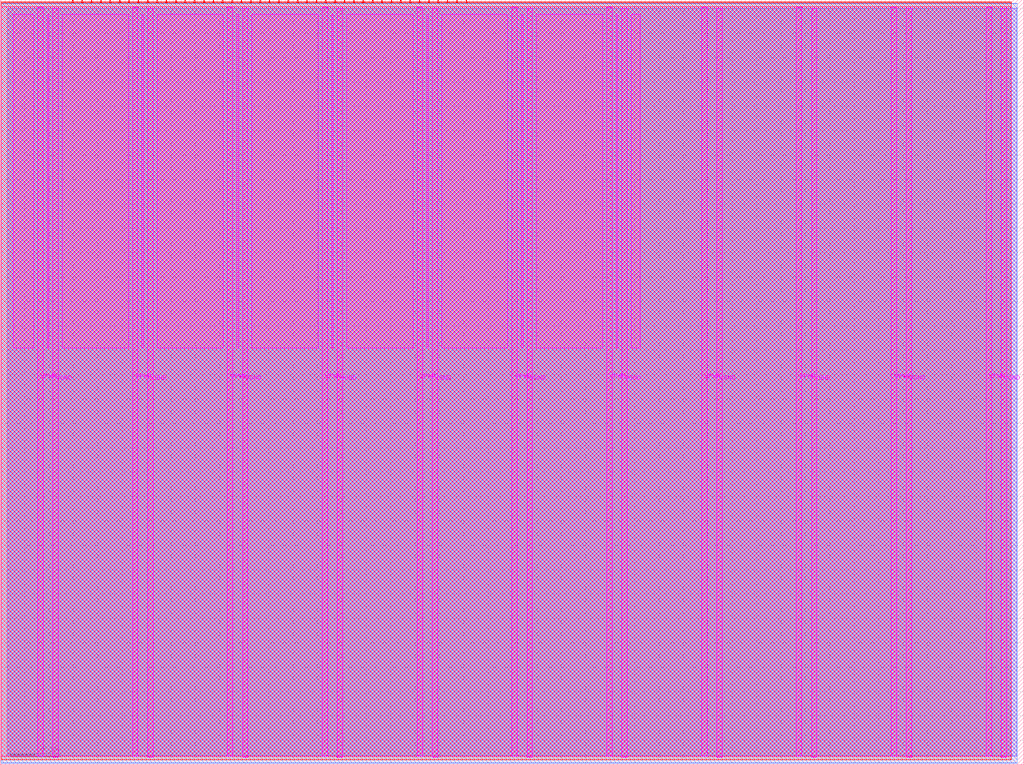
<source format=lef>
VERSION 5.7 ;
  NOWIREEXTENSIONATPIN ON ;
  DIVIDERCHAR "/" ;
  BUSBITCHARS "[]" ;
MACRO tt_um_andreasp00
  CLASS BLOCK ;
  FOREIGN tt_um_andreasp00 ;
  ORIGIN 0.000 0.000 ;
  SIZE 419.520 BY 313.740 ;
  PIN VGND
    DIRECTION INOUT ;
    USE GROUND ;
    PORT
      LAYER TopMetal1 ;
        RECT 21.580 3.150 23.780 310.180 ;
    END
    PORT
      LAYER TopMetal1 ;
        RECT 60.450 3.150 62.650 310.180 ;
    END
    PORT
      LAYER TopMetal1 ;
        RECT 99.320 3.150 101.520 310.180 ;
    END
    PORT
      LAYER TopMetal1 ;
        RECT 138.190 3.150 140.390 310.180 ;
    END
    PORT
      LAYER TopMetal1 ;
        RECT 177.060 3.150 179.260 310.180 ;
    END
    PORT
      LAYER TopMetal1 ;
        RECT 215.930 3.150 218.130 310.180 ;
    END
    PORT
      LAYER TopMetal1 ;
        RECT 254.800 3.150 257.000 310.180 ;
    END
    PORT
      LAYER TopMetal1 ;
        RECT 293.670 3.150 295.870 310.180 ;
    END
    PORT
      LAYER TopMetal1 ;
        RECT 332.540 3.150 334.740 310.180 ;
    END
    PORT
      LAYER TopMetal1 ;
        RECT 371.410 3.150 373.610 310.180 ;
    END
    PORT
      LAYER TopMetal1 ;
        RECT 410.280 3.150 412.480 310.180 ;
    END
  END VGND
  PIN VPWR
    DIRECTION INOUT ;
    USE POWER ;
    PORT
      LAYER TopMetal1 ;
        RECT 15.380 3.560 17.580 310.590 ;
    END
    PORT
      LAYER TopMetal1 ;
        RECT 54.250 3.560 56.450 310.590 ;
    END
    PORT
      LAYER TopMetal1 ;
        RECT 93.120 3.560 95.320 310.590 ;
    END
    PORT
      LAYER TopMetal1 ;
        RECT 131.990 3.560 134.190 310.590 ;
    END
    PORT
      LAYER TopMetal1 ;
        RECT 170.860 3.560 173.060 310.590 ;
    END
    PORT
      LAYER TopMetal1 ;
        RECT 209.730 3.560 211.930 310.590 ;
    END
    PORT
      LAYER TopMetal1 ;
        RECT 248.600 3.560 250.800 310.590 ;
    END
    PORT
      LAYER TopMetal1 ;
        RECT 287.470 3.560 289.670 310.590 ;
    END
    PORT
      LAYER TopMetal1 ;
        RECT 326.340 3.560 328.540 310.590 ;
    END
    PORT
      LAYER TopMetal1 ;
        RECT 365.210 3.560 367.410 310.590 ;
    END
    PORT
      LAYER TopMetal1 ;
        RECT 404.080 3.560 406.280 310.590 ;
    END
  END VPWR
  PIN clk
    DIRECTION INPUT ;
    USE SIGNAL ;
    ANTENNAGATEAREA 0.725400 ;
    PORT
      LAYER Metal4 ;
        RECT 187.050 312.740 187.350 313.740 ;
    END
  END clk
  PIN ena
    DIRECTION INPUT ;
    USE SIGNAL ;
    PORT
      LAYER Metal4 ;
        RECT 190.890 312.740 191.190 313.740 ;
    END
  END ena
  PIN rst_n
    DIRECTION INPUT ;
    USE SIGNAL ;
    ANTENNAGATEAREA 0.725400 ;
    PORT
      LAYER Metal4 ;
        RECT 183.210 312.740 183.510 313.740 ;
    END
  END rst_n
  PIN ui_in[0]
    DIRECTION INPUT ;
    USE SIGNAL ;
    PORT
      LAYER Metal4 ;
        RECT 179.370 312.740 179.670 313.740 ;
    END
  END ui_in[0]
  PIN ui_in[1]
    DIRECTION INPUT ;
    USE SIGNAL ;
    PORT
      LAYER Metal4 ;
        RECT 175.530 312.740 175.830 313.740 ;
    END
  END ui_in[1]
  PIN ui_in[2]
    DIRECTION INPUT ;
    USE SIGNAL ;
    PORT
      LAYER Metal4 ;
        RECT 171.690 312.740 171.990 313.740 ;
    END
  END ui_in[2]
  PIN ui_in[3]
    DIRECTION INPUT ;
    USE SIGNAL ;
    PORT
      LAYER Metal4 ;
        RECT 167.850 312.740 168.150 313.740 ;
    END
  END ui_in[3]
  PIN ui_in[4]
    DIRECTION INPUT ;
    USE SIGNAL ;
    PORT
      LAYER Metal4 ;
        RECT 164.010 312.740 164.310 313.740 ;
    END
  END ui_in[4]
  PIN ui_in[5]
    DIRECTION INPUT ;
    USE SIGNAL ;
    PORT
      LAYER Metal4 ;
        RECT 160.170 312.740 160.470 313.740 ;
    END
  END ui_in[5]
  PIN ui_in[6]
    DIRECTION INPUT ;
    USE SIGNAL ;
    PORT
      LAYER Metal4 ;
        RECT 156.330 312.740 156.630 313.740 ;
    END
  END ui_in[6]
  PIN ui_in[7]
    DIRECTION INPUT ;
    USE SIGNAL ;
    PORT
      LAYER Metal4 ;
        RECT 152.490 312.740 152.790 313.740 ;
    END
  END ui_in[7]
  PIN uio_in[0]
    DIRECTION INPUT ;
    USE SIGNAL ;
    ANTENNAGATEAREA 0.180700 ;
    PORT
      LAYER Metal4 ;
        RECT 148.650 312.740 148.950 313.740 ;
    END
  END uio_in[0]
  PIN uio_in[1]
    DIRECTION INPUT ;
    USE SIGNAL ;
    ANTENNAGATEAREA 0.180700 ;
    PORT
      LAYER Metal4 ;
        RECT 144.810 312.740 145.110 313.740 ;
    END
  END uio_in[1]
  PIN uio_in[2]
    DIRECTION INPUT ;
    USE SIGNAL ;
    PORT
      LAYER Metal4 ;
        RECT 140.970 312.740 141.270 313.740 ;
    END
  END uio_in[2]
  PIN uio_in[3]
    DIRECTION INPUT ;
    USE SIGNAL ;
    ANTENNAGATEAREA 0.180700 ;
    PORT
      LAYER Metal4 ;
        RECT 137.130 312.740 137.430 313.740 ;
    END
  END uio_in[3]
  PIN uio_in[4]
    DIRECTION INPUT ;
    USE SIGNAL ;
    PORT
      LAYER Metal4 ;
        RECT 133.290 312.740 133.590 313.740 ;
    END
  END uio_in[4]
  PIN uio_in[5]
    DIRECTION INPUT ;
    USE SIGNAL ;
    PORT
      LAYER Metal4 ;
        RECT 129.450 312.740 129.750 313.740 ;
    END
  END uio_in[5]
  PIN uio_in[6]
    DIRECTION INPUT ;
    USE SIGNAL ;
    PORT
      LAYER Metal4 ;
        RECT 125.610 312.740 125.910 313.740 ;
    END
  END uio_in[6]
  PIN uio_in[7]
    DIRECTION INPUT ;
    USE SIGNAL ;
    PORT
      LAYER Metal4 ;
        RECT 121.770 312.740 122.070 313.740 ;
    END
  END uio_in[7]
  PIN uio_oe[0]
    DIRECTION OUTPUT ;
    USE SIGNAL ;
    ANTENNADIFFAREA 0.299200 ;
    PORT
      LAYER Metal4 ;
        RECT 56.490 312.740 56.790 313.740 ;
    END
  END uio_oe[0]
  PIN uio_oe[1]
    DIRECTION OUTPUT ;
    USE SIGNAL ;
    ANTENNADIFFAREA 0.299200 ;
    PORT
      LAYER Metal4 ;
        RECT 52.650 312.740 52.950 313.740 ;
    END
  END uio_oe[1]
  PIN uio_oe[2]
    DIRECTION OUTPUT ;
    USE SIGNAL ;
    ANTENNADIFFAREA 0.392700 ;
    PORT
      LAYER Metal4 ;
        RECT 48.810 312.740 49.110 313.740 ;
    END
  END uio_oe[2]
  PIN uio_oe[3]
    DIRECTION OUTPUT ;
    USE SIGNAL ;
    ANTENNADIFFAREA 0.299200 ;
    PORT
      LAYER Metal4 ;
        RECT 44.970 312.740 45.270 313.740 ;
    END
  END uio_oe[3]
  PIN uio_oe[4]
    DIRECTION OUTPUT ;
    USE SIGNAL ;
    ANTENNADIFFAREA 0.299200 ;
    PORT
      LAYER Metal4 ;
        RECT 41.130 312.740 41.430 313.740 ;
    END
  END uio_oe[4]
  PIN uio_oe[5]
    DIRECTION OUTPUT ;
    USE SIGNAL ;
    ANTENNADIFFAREA 0.299200 ;
    PORT
      LAYER Metal4 ;
        RECT 37.290 312.740 37.590 313.740 ;
    END
  END uio_oe[5]
  PIN uio_oe[6]
    DIRECTION OUTPUT ;
    USE SIGNAL ;
    ANTENNADIFFAREA 0.299200 ;
    PORT
      LAYER Metal4 ;
        RECT 33.450 312.740 33.750 313.740 ;
    END
  END uio_oe[6]
  PIN uio_oe[7]
    DIRECTION OUTPUT ;
    USE SIGNAL ;
    ANTENNADIFFAREA 0.299200 ;
    PORT
      LAYER Metal4 ;
        RECT 29.610 312.740 29.910 313.740 ;
    END
  END uio_oe[7]
  PIN uio_out[0]
    DIRECTION OUTPUT ;
    USE SIGNAL ;
    ANTENNADIFFAREA 0.299200 ;
    PORT
      LAYER Metal4 ;
        RECT 87.210 312.740 87.510 313.740 ;
    END
  END uio_out[0]
  PIN uio_out[1]
    DIRECTION OUTPUT ;
    USE SIGNAL ;
    ANTENNADIFFAREA 0.299200 ;
    PORT
      LAYER Metal4 ;
        RECT 83.370 312.740 83.670 313.740 ;
    END
  END uio_out[1]
  PIN uio_out[2]
    DIRECTION OUTPUT ;
    USE SIGNAL ;
    ANTENNADIFFAREA 0.708600 ;
    PORT
      LAYER Metal4 ;
        RECT 79.530 312.740 79.830 313.740 ;
    END
  END uio_out[2]
  PIN uio_out[3]
    DIRECTION OUTPUT ;
    USE SIGNAL ;
    ANTENNADIFFAREA 0.299200 ;
    PORT
      LAYER Metal4 ;
        RECT 75.690 312.740 75.990 313.740 ;
    END
  END uio_out[3]
  PIN uio_out[4]
    DIRECTION OUTPUT ;
    USE SIGNAL ;
    ANTENNADIFFAREA 0.299200 ;
    PORT
      LAYER Metal4 ;
        RECT 71.850 312.740 72.150 313.740 ;
    END
  END uio_out[4]
  PIN uio_out[5]
    DIRECTION OUTPUT ;
    USE SIGNAL ;
    ANTENNADIFFAREA 0.299200 ;
    PORT
      LAYER Metal4 ;
        RECT 68.010 312.740 68.310 313.740 ;
    END
  END uio_out[5]
  PIN uio_out[6]
    DIRECTION OUTPUT ;
    USE SIGNAL ;
    ANTENNADIFFAREA 0.299200 ;
    PORT
      LAYER Metal4 ;
        RECT 64.170 312.740 64.470 313.740 ;
    END
  END uio_out[6]
  PIN uio_out[7]
    DIRECTION OUTPUT ;
    USE SIGNAL ;
    ANTENNADIFFAREA 0.299200 ;
    PORT
      LAYER Metal4 ;
        RECT 60.330 312.740 60.630 313.740 ;
    END
  END uio_out[7]
  PIN uo_out[0]
    DIRECTION OUTPUT ;
    USE SIGNAL ;
    ANTENNADIFFAREA 2.827200 ;
    PORT
      LAYER Metal4 ;
        RECT 117.930 312.740 118.230 313.740 ;
    END
  END uo_out[0]
  PIN uo_out[1]
    DIRECTION OUTPUT ;
    USE SIGNAL ;
    ANTENNADIFFAREA 0.299200 ;
    PORT
      LAYER Metal4 ;
        RECT 114.090 312.740 114.390 313.740 ;
    END
  END uo_out[1]
  PIN uo_out[2]
    DIRECTION OUTPUT ;
    USE SIGNAL ;
    ANTENNADIFFAREA 0.299200 ;
    PORT
      LAYER Metal4 ;
        RECT 110.250 312.740 110.550 313.740 ;
    END
  END uo_out[2]
  PIN uo_out[3]
    DIRECTION OUTPUT ;
    USE SIGNAL ;
    ANTENNADIFFAREA 0.299200 ;
    PORT
      LAYER Metal4 ;
        RECT 106.410 312.740 106.710 313.740 ;
    END
  END uo_out[3]
  PIN uo_out[4]
    DIRECTION OUTPUT ;
    USE SIGNAL ;
    ANTENNADIFFAREA 0.299200 ;
    PORT
      LAYER Metal4 ;
        RECT 102.570 312.740 102.870 313.740 ;
    END
  END uo_out[4]
  PIN uo_out[5]
    DIRECTION OUTPUT ;
    USE SIGNAL ;
    ANTENNADIFFAREA 0.299200 ;
    PORT
      LAYER Metal4 ;
        RECT 98.730 312.740 99.030 313.740 ;
    END
  END uo_out[5]
  PIN uo_out[6]
    DIRECTION OUTPUT ;
    USE SIGNAL ;
    ANTENNADIFFAREA 0.299200 ;
    PORT
      LAYER Metal4 ;
        RECT 94.890 312.740 95.190 313.740 ;
    END
  END uo_out[6]
  PIN uo_out[7]
    DIRECTION OUTPUT ;
    USE SIGNAL ;
    ANTENNADIFFAREA 0.299200 ;
    PORT
      LAYER Metal4 ;
        RECT 91.050 312.740 91.350 313.740 ;
    END
  END uo_out[7]
  OBS
      LAYER GatPoly ;
        RECT 2.880 3.630 416.640 310.110 ;
      LAYER Metal1 ;
        RECT 2.880 3.560 416.640 310.180 ;
      LAYER Metal2 ;
        RECT 0.375 0.695 416.745 312.205 ;
      LAYER Metal3 ;
        RECT 0.335 0.740 416.785 312.165 ;
      LAYER Metal4 ;
        RECT 0.375 312.530 29.400 313.000 ;
        RECT 30.120 312.530 33.240 313.000 ;
        RECT 33.960 312.530 37.080 313.000 ;
        RECT 37.800 312.530 40.920 313.000 ;
        RECT 41.640 312.530 44.760 313.000 ;
        RECT 45.480 312.530 48.600 313.000 ;
        RECT 49.320 312.530 52.440 313.000 ;
        RECT 53.160 312.530 56.280 313.000 ;
        RECT 57.000 312.530 60.120 313.000 ;
        RECT 60.840 312.530 63.960 313.000 ;
        RECT 64.680 312.530 67.800 313.000 ;
        RECT 68.520 312.530 71.640 313.000 ;
        RECT 72.360 312.530 75.480 313.000 ;
        RECT 76.200 312.530 79.320 313.000 ;
        RECT 80.040 312.530 83.160 313.000 ;
        RECT 83.880 312.530 87.000 313.000 ;
        RECT 87.720 312.530 90.840 313.000 ;
        RECT 91.560 312.530 94.680 313.000 ;
        RECT 95.400 312.530 98.520 313.000 ;
        RECT 99.240 312.530 102.360 313.000 ;
        RECT 103.080 312.530 106.200 313.000 ;
        RECT 106.920 312.530 110.040 313.000 ;
        RECT 110.760 312.530 113.880 313.000 ;
        RECT 114.600 312.530 117.720 313.000 ;
        RECT 118.440 312.530 121.560 313.000 ;
        RECT 122.280 312.530 125.400 313.000 ;
        RECT 126.120 312.530 129.240 313.000 ;
        RECT 129.960 312.530 133.080 313.000 ;
        RECT 133.800 312.530 136.920 313.000 ;
        RECT 137.640 312.530 140.760 313.000 ;
        RECT 141.480 312.530 144.600 313.000 ;
        RECT 145.320 312.530 148.440 313.000 ;
        RECT 149.160 312.530 152.280 313.000 ;
        RECT 153.000 312.530 156.120 313.000 ;
        RECT 156.840 312.530 159.960 313.000 ;
        RECT 160.680 312.530 163.800 313.000 ;
        RECT 164.520 312.530 167.640 313.000 ;
        RECT 168.360 312.530 171.480 313.000 ;
        RECT 172.200 312.530 175.320 313.000 ;
        RECT 176.040 312.530 179.160 313.000 ;
        RECT 179.880 312.530 183.000 313.000 ;
        RECT 183.720 312.530 186.840 313.000 ;
        RECT 187.560 312.530 190.680 313.000 ;
        RECT 191.400 312.530 414.345 313.000 ;
        RECT 0.375 1.955 414.345 312.530 ;
      LAYER Metal5 ;
        RECT 0.335 3.470 414.385 310.900 ;
      LAYER TopMetal1 ;
        RECT 5.380 170.960 13.740 307.840 ;
        RECT 19.220 170.960 19.940 307.840 ;
        RECT 25.420 170.960 52.610 307.840 ;
        RECT 58.090 170.960 58.810 307.840 ;
        RECT 64.290 170.960 91.480 307.840 ;
        RECT 96.960 170.960 97.680 307.840 ;
        RECT 103.160 170.960 130.350 307.840 ;
        RECT 135.830 170.960 136.550 307.840 ;
        RECT 142.030 170.960 169.220 307.840 ;
        RECT 174.700 170.960 175.420 307.840 ;
        RECT 180.900 170.960 208.090 307.840 ;
        RECT 213.570 170.960 214.290 307.840 ;
        RECT 219.770 170.960 246.960 307.840 ;
        RECT 252.440 170.960 253.160 307.840 ;
        RECT 258.640 170.960 262.380 307.840 ;
  END
END tt_um_andreasp00
END LIBRARY


</source>
